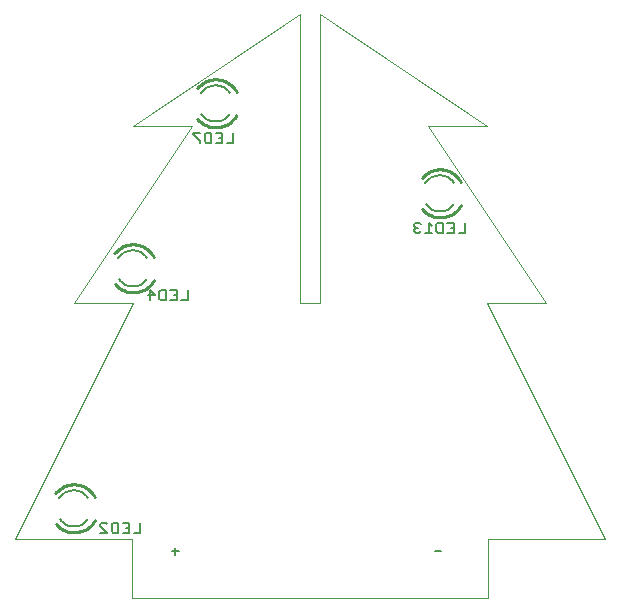
<source format=gbo>
G75*
G70*
%OFA0B0*%
%FSLAX24Y24*%
%IPPOS*%
%LPD*%
%AMOC8*
5,1,8,0,0,1.08239X$1,22.5*
%
%ADD10C,0.0000*%
%ADD11C,0.0060*%
%ADD12C,0.0100*%
D10*
X000665Y002634D02*
X004602Y010508D01*
X002634Y010508D01*
X006571Y016413D01*
X004602Y016413D01*
X010173Y020144D01*
X010173Y010508D01*
X010842Y010508D01*
X010842Y020144D01*
X016413Y016413D01*
X014445Y016413D01*
X018382Y010508D01*
X016413Y010508D01*
X020350Y002634D01*
X016445Y002634D01*
X016445Y000665D01*
X004571Y000665D01*
X004571Y002634D01*
X000665Y002634D01*
D11*
X002634Y003065D02*
X002679Y003067D01*
X002725Y003072D01*
X002769Y003080D01*
X002813Y003092D01*
X002856Y003108D01*
X002898Y003126D01*
X002938Y003148D01*
X002976Y003172D01*
X003012Y003199D01*
X003047Y003229D01*
X003078Y003262D01*
X003108Y003297D01*
X003522Y003129D02*
X003579Y003185D01*
X003692Y003185D01*
X003749Y003129D01*
X003890Y003129D02*
X003890Y002902D01*
X003947Y002845D01*
X004117Y002845D01*
X004117Y003185D01*
X003947Y003185D01*
X003890Y003129D01*
X003749Y002845D02*
X003522Y002845D01*
X003749Y002845D02*
X003522Y003072D01*
X003522Y003129D01*
X004259Y003185D02*
X004485Y003185D01*
X004485Y002845D01*
X004259Y002845D01*
X004372Y003015D02*
X004485Y003015D01*
X004627Y002845D02*
X004854Y002845D01*
X004854Y003185D01*
X005908Y002240D02*
X006135Y002240D01*
X006022Y002127D02*
X006022Y002354D01*
X002634Y003065D02*
X002589Y003067D01*
X002543Y003072D01*
X002499Y003080D01*
X002455Y003092D01*
X002412Y003108D01*
X002370Y003126D01*
X002330Y003148D01*
X002292Y003172D01*
X002256Y003199D01*
X002221Y003229D01*
X002190Y003262D01*
X002160Y003297D01*
X002634Y004265D02*
X002680Y004263D01*
X002726Y004258D01*
X002772Y004249D01*
X002817Y004237D01*
X002860Y004221D01*
X002902Y004202D01*
X002943Y004179D01*
X002982Y004154D01*
X003018Y004126D01*
X003053Y004095D01*
X003085Y004061D01*
X003114Y004025D01*
X002634Y004265D02*
X002587Y004263D01*
X002539Y004257D01*
X002493Y004248D01*
X002447Y004235D01*
X002403Y004219D01*
X002359Y004199D01*
X002318Y004175D01*
X002279Y004149D01*
X002242Y004119D01*
X002207Y004086D01*
X002175Y004051D01*
X002146Y004014D01*
X005172Y010595D02*
X005172Y010935D01*
X005342Y010765D01*
X005115Y010765D01*
X005484Y010652D02*
X005484Y010879D01*
X005540Y010935D01*
X005711Y010935D01*
X005711Y010595D01*
X005540Y010595D01*
X005484Y010652D01*
X005852Y010595D02*
X006079Y010595D01*
X006079Y010935D01*
X005852Y010935D01*
X005965Y010765D02*
X006079Y010765D01*
X006220Y010595D02*
X006447Y010595D01*
X006447Y010935D01*
X005076Y011297D02*
X005046Y011262D01*
X005015Y011229D01*
X004980Y011199D01*
X004944Y011172D01*
X004906Y011148D01*
X004866Y011126D01*
X004824Y011108D01*
X004781Y011092D01*
X004737Y011080D01*
X004693Y011072D01*
X004647Y011067D01*
X004602Y011065D01*
X004557Y011067D01*
X004511Y011072D01*
X004467Y011080D01*
X004423Y011092D01*
X004380Y011108D01*
X004338Y011126D01*
X004298Y011148D01*
X004260Y011172D01*
X004224Y011199D01*
X004189Y011229D01*
X004158Y011262D01*
X004128Y011297D01*
X004602Y012265D02*
X004648Y012263D01*
X004694Y012258D01*
X004740Y012249D01*
X004785Y012237D01*
X004828Y012221D01*
X004870Y012202D01*
X004911Y012179D01*
X004950Y012154D01*
X004986Y012126D01*
X005021Y012095D01*
X005053Y012061D01*
X005082Y012025D01*
X004602Y012265D02*
X004555Y012263D01*
X004507Y012257D01*
X004461Y012248D01*
X004415Y012235D01*
X004371Y012219D01*
X004327Y012199D01*
X004286Y012175D01*
X004247Y012149D01*
X004210Y012119D01*
X004175Y012086D01*
X004143Y012051D01*
X004114Y012014D01*
X006848Y015845D02*
X006848Y015902D01*
X006621Y016129D01*
X006621Y016185D01*
X006848Y016185D01*
X006990Y016129D02*
X006990Y015902D01*
X007046Y015845D01*
X007216Y015845D01*
X007216Y016185D01*
X007046Y016185D01*
X006990Y016129D01*
X007358Y016185D02*
X007585Y016185D01*
X007585Y015845D01*
X007358Y015845D01*
X007471Y016015D02*
X007585Y016015D01*
X007726Y015845D02*
X007953Y015845D01*
X007953Y016185D01*
X007832Y016797D02*
X007802Y016762D01*
X007771Y016729D01*
X007736Y016699D01*
X007700Y016672D01*
X007662Y016648D01*
X007622Y016626D01*
X007580Y016608D01*
X007537Y016592D01*
X007493Y016580D01*
X007449Y016572D01*
X007403Y016567D01*
X007358Y016565D01*
X007313Y016567D01*
X007267Y016572D01*
X007223Y016580D01*
X007179Y016592D01*
X007136Y016608D01*
X007094Y016626D01*
X007054Y016648D01*
X007016Y016672D01*
X006980Y016699D01*
X006945Y016729D01*
X006914Y016762D01*
X006884Y016797D01*
X007358Y017765D02*
X007404Y017763D01*
X007450Y017758D01*
X007496Y017749D01*
X007541Y017737D01*
X007584Y017721D01*
X007626Y017702D01*
X007667Y017679D01*
X007706Y017654D01*
X007742Y017626D01*
X007777Y017595D01*
X007809Y017561D01*
X007838Y017525D01*
X007358Y017765D02*
X007311Y017763D01*
X007263Y017757D01*
X007217Y017748D01*
X007171Y017735D01*
X007127Y017719D01*
X007083Y017699D01*
X007042Y017675D01*
X007003Y017649D01*
X006966Y017619D01*
X006931Y017586D01*
X006899Y017551D01*
X006870Y017514D01*
X013983Y013129D02*
X013983Y013072D01*
X014040Y013015D01*
X013983Y012959D01*
X013983Y012902D01*
X014040Y012845D01*
X014154Y012845D01*
X014210Y012902D01*
X014352Y012845D02*
X014579Y012845D01*
X014465Y012845D02*
X014465Y013185D01*
X014579Y013072D01*
X014720Y013129D02*
X014720Y012902D01*
X014777Y012845D01*
X014947Y012845D01*
X014947Y013185D01*
X014777Y013185D01*
X014720Y013129D01*
X015088Y013185D02*
X015315Y013185D01*
X015315Y012845D01*
X015088Y012845D01*
X015202Y013015D02*
X015315Y013015D01*
X015457Y012845D02*
X015683Y012845D01*
X015683Y013185D01*
X015312Y013797D02*
X015282Y013762D01*
X015251Y013729D01*
X015216Y013699D01*
X015180Y013672D01*
X015142Y013648D01*
X015102Y013626D01*
X015060Y013608D01*
X015017Y013592D01*
X014973Y013580D01*
X014929Y013572D01*
X014883Y013567D01*
X014838Y013565D01*
X014793Y013567D01*
X014747Y013572D01*
X014703Y013580D01*
X014659Y013592D01*
X014616Y013608D01*
X014574Y013626D01*
X014534Y013648D01*
X014496Y013672D01*
X014460Y013699D01*
X014425Y013729D01*
X014394Y013762D01*
X014364Y013797D01*
X014838Y014765D02*
X014884Y014763D01*
X014930Y014758D01*
X014976Y014749D01*
X015021Y014737D01*
X015064Y014721D01*
X015106Y014702D01*
X015147Y014679D01*
X015186Y014654D01*
X015222Y014626D01*
X015257Y014595D01*
X015289Y014561D01*
X015318Y014525D01*
X014838Y014765D02*
X014791Y014763D01*
X014743Y014757D01*
X014697Y014748D01*
X014651Y014735D01*
X014607Y014719D01*
X014563Y014699D01*
X014522Y014675D01*
X014483Y014649D01*
X014446Y014619D01*
X014411Y014586D01*
X014379Y014551D01*
X014350Y014514D01*
X014154Y013185D02*
X014040Y013185D01*
X013983Y013129D01*
X014040Y013015D02*
X014097Y013015D01*
X014210Y013129D02*
X014154Y013185D01*
X014658Y002240D02*
X014885Y002240D01*
D12*
X005297Y011268D02*
X005267Y011220D01*
X005234Y011175D01*
X005198Y011132D01*
X005160Y011091D01*
X005118Y011054D01*
X005074Y011019D01*
X005028Y010988D01*
X004979Y010959D01*
X004929Y010935D01*
X004877Y010914D01*
X004823Y010896D01*
X004769Y010883D01*
X004714Y010873D01*
X004658Y010867D01*
X004602Y010865D01*
X004549Y010867D01*
X004495Y010872D01*
X004443Y010881D01*
X004391Y010893D01*
X004340Y010909D01*
X004290Y010928D01*
X004241Y010951D01*
X004194Y010977D01*
X004149Y011005D01*
X004106Y011037D01*
X004066Y011071D01*
X004027Y011109D01*
X003991Y011148D01*
X004602Y012465D02*
X004656Y012463D01*
X004710Y012458D01*
X004763Y012449D01*
X004816Y012436D01*
X004867Y012420D01*
X004917Y012400D01*
X004966Y012377D01*
X005014Y012351D01*
X005059Y012322D01*
X005102Y012289D01*
X005143Y012254D01*
X005182Y012216D01*
X005218Y012176D01*
X005251Y012133D01*
X005281Y012088D01*
X005308Y012041D01*
X004602Y012465D02*
X004548Y012463D01*
X004495Y012458D01*
X004441Y012449D01*
X004389Y012436D01*
X004338Y012420D01*
X004287Y012400D01*
X004238Y012378D01*
X004191Y012352D01*
X004146Y012322D01*
X004103Y012290D01*
X004062Y012255D01*
X004023Y012217D01*
X003987Y012177D01*
X006747Y016648D02*
X006783Y016609D01*
X006822Y016571D01*
X006862Y016537D01*
X006905Y016505D01*
X006950Y016477D01*
X006997Y016451D01*
X007046Y016428D01*
X007096Y016409D01*
X007147Y016393D01*
X007199Y016381D01*
X007251Y016372D01*
X007305Y016367D01*
X007358Y016365D01*
X007414Y016367D01*
X007470Y016373D01*
X007525Y016383D01*
X007579Y016396D01*
X007633Y016414D01*
X007685Y016435D01*
X007735Y016459D01*
X007784Y016488D01*
X007830Y016519D01*
X007874Y016554D01*
X007916Y016591D01*
X007954Y016632D01*
X007990Y016675D01*
X008023Y016720D01*
X008053Y016768D01*
X008064Y017541D02*
X008037Y017588D01*
X008007Y017633D01*
X007974Y017676D01*
X007938Y017716D01*
X007899Y017754D01*
X007858Y017789D01*
X007815Y017822D01*
X007770Y017851D01*
X007722Y017877D01*
X007673Y017900D01*
X007623Y017920D01*
X007572Y017936D01*
X007519Y017949D01*
X007466Y017958D01*
X007412Y017963D01*
X007358Y017965D01*
X007304Y017963D01*
X007251Y017958D01*
X007197Y017949D01*
X007145Y017936D01*
X007094Y017920D01*
X007043Y017900D01*
X006994Y017878D01*
X006947Y017852D01*
X006902Y017822D01*
X006859Y017790D01*
X006818Y017755D01*
X006779Y017717D01*
X006743Y017677D01*
X014838Y014965D02*
X014892Y014963D01*
X014946Y014958D01*
X014999Y014949D01*
X015052Y014936D01*
X015103Y014920D01*
X015153Y014900D01*
X015202Y014877D01*
X015250Y014851D01*
X015295Y014822D01*
X015338Y014789D01*
X015379Y014754D01*
X015418Y014716D01*
X015454Y014676D01*
X015487Y014633D01*
X015517Y014588D01*
X015544Y014541D01*
X015533Y013768D02*
X015503Y013720D01*
X015470Y013675D01*
X015434Y013632D01*
X015396Y013591D01*
X015354Y013554D01*
X015310Y013519D01*
X015264Y013488D01*
X015215Y013459D01*
X015165Y013435D01*
X015113Y013414D01*
X015059Y013396D01*
X015005Y013383D01*
X014950Y013373D01*
X014894Y013367D01*
X014838Y013365D01*
X014785Y013367D01*
X014731Y013372D01*
X014679Y013381D01*
X014627Y013393D01*
X014576Y013409D01*
X014526Y013428D01*
X014477Y013451D01*
X014430Y013477D01*
X014385Y013505D01*
X014342Y013537D01*
X014302Y013571D01*
X014263Y013609D01*
X014227Y013648D01*
X014223Y014677D02*
X014259Y014717D01*
X014298Y014755D01*
X014339Y014790D01*
X014382Y014822D01*
X014427Y014852D01*
X014474Y014878D01*
X014523Y014900D01*
X014574Y014920D01*
X014625Y014936D01*
X014677Y014949D01*
X014731Y014958D01*
X014784Y014963D01*
X014838Y014965D01*
X003329Y003268D02*
X003299Y003220D01*
X003266Y003175D01*
X003230Y003132D01*
X003192Y003091D01*
X003150Y003054D01*
X003106Y003019D01*
X003060Y002988D01*
X003011Y002959D01*
X002961Y002935D01*
X002909Y002914D01*
X002855Y002896D01*
X002801Y002883D01*
X002746Y002873D01*
X002690Y002867D01*
X002634Y002865D01*
X002581Y002867D01*
X002527Y002872D01*
X002475Y002881D01*
X002423Y002893D01*
X002372Y002909D01*
X002322Y002928D01*
X002273Y002951D01*
X002226Y002977D01*
X002181Y003005D01*
X002138Y003037D01*
X002098Y003071D01*
X002059Y003109D01*
X002023Y003148D01*
X002634Y004465D02*
X002688Y004463D01*
X002742Y004458D01*
X002795Y004449D01*
X002848Y004436D01*
X002899Y004420D01*
X002949Y004400D01*
X002998Y004377D01*
X003046Y004351D01*
X003091Y004322D01*
X003134Y004289D01*
X003175Y004254D01*
X003214Y004216D01*
X003250Y004176D01*
X003283Y004133D01*
X003313Y004088D01*
X003340Y004041D01*
X002634Y004465D02*
X002580Y004463D01*
X002527Y004458D01*
X002473Y004449D01*
X002421Y004436D01*
X002370Y004420D01*
X002319Y004400D01*
X002270Y004378D01*
X002223Y004352D01*
X002178Y004322D01*
X002135Y004290D01*
X002094Y004255D01*
X002055Y004217D01*
X002019Y004177D01*
M02*

</source>
